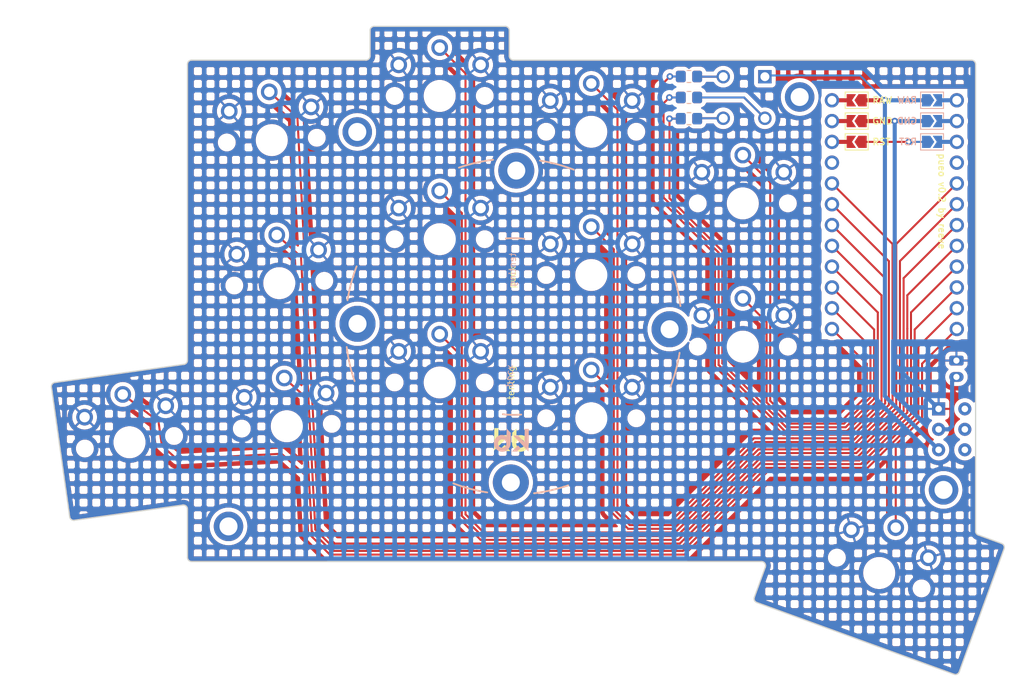
<source format=kicad_pcb>
(kicad_pcb (version 20240108) (generator "pcbnew") (generator_version "8.0")
  (title_block (title "pueo") (rev "0.1") (company "grassfedreeve"))
  (layers (0 "F.Cu" signal) (31 "B.Cu" signal) (34 "B.Paste" user) (35 "F.Paste" user) (36 "B.SilkS" user "B.Silkscreen") (37 "F.SilkS" user "F.Silkscreen") (38 "B.Mask" user) (39 "F.Mask" user) (44 "Edge.Cuts" user))
  (net 0 "")
  (net 1 "P2")
  (net 2 "P6")
  (net 3 "P4")
  (net 4 "P3")
  (net 5 "P5")
  (net 6 "P7")
  (net 7 "P8")
  (net 8 "RAW")
  (net 9 "GND")
  (net 10 "RST")
  (net 11 "P21")
  (net 12 "P20")
  (net 13 "P19")
  (net 14 "P18")
  (net 15 "P15")
  (net 16 "P14")
  (net 17 "P16")
  (net 18 "P10")
  (net 19 "P9")
  (net 20 "led4")
  (net 21 "led3")
  (net 22 "led2")
  (net 23 "bat+")
  (footprint "Resistor_SMD:R_0805_2012Metric_Pad1.20x1.40mm_HandSolder" (layer "F.Cu") (at 177.584161 94.744024)
    (property "Reference" "REF**" (hide yes))
    (property "Value" "R_0805_2012Metric_Pad1.20x1.40mm_HandSolder")
    (pad "1" smd roundrect (at -1 0) (size 1.2 1.4) (layers "F.Cu" "F.Paste" "F.Mask") (roundrect_rratio 0.208333) (net 6 "P7"))
    (pad "2" smd roundrect (at 1 0) (size 1.2 1.4) (layers "F.Cu" "F.Paste" "F.Mask") (roundrect_rratio 0.208333) (net 21 "led3"))
  )
  (footprint "trochilidae:ChocSimpleReversible" (layer "F.Cu") (at 184.156026 105.09388)
    (property "Reference" "S12" (hide yes))
    (property "Value" "" (hide yes))
    (pad "" np_thru_hole circle (at -5.5 0 172) (size 1.7018 1.7018) (drill 1.7018) (layers "*.Cu" "*.Mask"))
    (pad "" np_thru_hole circle (at 0 0 172) (size 3.429 3.429) (drill 3.429) (layers "*.Cu" "*.Mask"))
    (pad "" np_thru_hole circle (at 5.5 0 172) (size 1.7018 1.7018) (drill 1.7018) (layers "*.Cu" "*.Mask"))
    (pad "1" thru_hole circle (at -5 -3.8 172) (size 2.032 2.032) (drill 1.27) (layers "*.Cu" "*.Mask") (net 9 "GND"))
    (pad "1" thru_hole circle (at 5 -3.8 172) (size 2.032 2.032) (drill 1.27) (layers "*.Cu" "*.Mask") (net 9 "GND"))
    (pad "2" thru_hole circle (at 0 -5.9 172) (size 2.032 2.032) (drill 1.27) (layers "*.Cu" "*.Mask") (net 19 "P9"))
  )
  (footprint "trochilidae:ChocSimpleReversible" (layer "F.Cu") (at 127.575785 114.841045 3)
    (property "Reference" "S3" (hide yes))
    (property "Value" "" (hide yes))
    (pad "" np_thru_hole circle (at -5.5 0 175) (size 1.7018 1.7018) (drill 1.7018) (layers "*.Cu" "*.Mask"))
    (pad "" np_thru_hole circle (at 0 0 175) (size 3.429 3.429) (drill 3.429) (layers "*.Cu" "*.Mask"))
    (pad "" np_thru_hole circle (at 5.5 0 175) (size 1.7018 1.7018) (drill 1.7018) (layers "*.Cu" "*.Mask"))
    (pad "1" thru_hole circle (at -5 -3.8 175) (size 2.032 2.032) (drill 1.27) (layers "*.Cu" "*.Mask") (net 9 "GND"))
    (pad "1" thru_hole circle (at 5 -3.8 175) (size 2.032 2.032) (drill 1.27) (layers "*.Cu" "*.Mask") (net 9 "GND"))
    (pad "2" thru_hole circle (at 0 -5.9 175) (size 2.032 2.032) (drill 1.27) (layers "*.Cu" "*.Mask") (net 15 "P15"))
  )
  (footprint "" (layer "F.Cu") (at 210.23062 126.293722)
    (property "Reference" "" (at 0 0 0) (layer "F.SilkS") (effects (font (size 1.27 1.27))))
    (property "Value" "")
    (pad "2" thru_hole oval (at 0 0 270) (size 1.2 1.75) (drill 0.75) (layers "*.Cu" "*.Mask") (net 23 "bat+"))
  )
  (footprint "trochilidae:M2MountingHoleSimple" (layer "F.Cu") (at 121.376426 144.550274)
    (property "Reference" "REF**" (hide yes))
    (property "Value" "Val**" (hide yes))
    (pad "1" thru_hole circle (at 0 0 22) (size 3.6 3.6) (drill 2.2) (layers "*.Cu" "*.Mask"))
  )
  (footprint "trochilidae:ChocSimpleReversible" (layer "F.Cu") (at 165.656028 131.343879)
    (property "Reference" "S8" (hide yes))
    (property "Value" "" (hide yes))
    (pad "" np_thru_hole circle (at -5.5 0 172) (size 1.7018 1.7018) (drill 1.7018) (layers "*.Cu" "*.Mask"))
    (pad "" np_thru_hole circle (at 0 0 172) (size 3.429 3.429) (drill 3.429) (layers "*.Cu" "*.Mask"))
    (pad "" np_thru_hole circle (at 5.5 0 172) (size 1.7018 1.7018) (drill 1.7018) (layers "*.Cu" "*.Mask"))
    (pad "1" thru_hole circle (at -5 -3.8 172) (size 2.032 2.032) (drill 1.27) (layers "*.Cu" "*.Mask") (net 9 "GND"))
    (pad "1" thru_hole circle (at 5 -3.8 172) (size 2.032 2.032) (drill 1.27) (layers "*.Cu" "*.Mask") (net 9 "GND"))
    (pad "2" thru_hole circle (at 0 -5.9 172) (size 2.032 2.032) (drill 1.27) (layers "*.Cu" "*.Mask") (net 1 "P2"))
  )
  (footprint "trochilidae:M2MountingHoleSimple" (layer "F.Cu") (at 208.656029 140.093879)
    (property "Reference" "REF**" (hide yes))
    (property "Value" "Val**" (hide yes))
    (pad "1" thru_hole circle (at 0 0 22) (size 3.6 3.6) (drill 2.2) (layers "*.Cu" "*.Mask"))
  )
  (footprint "trochilidae:ProMicroSimpleJumper" (layer "F.Cu") (at 202.656031 106.468882 -90)
    (property "Reference" "MCU1" (hide yes))
    (property "Value" "" (hide yes))
    (fp_text user "RAW" (at -13.978066 -1.553464 0) (layer "B.SilkS") (effects (font (size 0.8 0.8)) (justify mirror)))
    (fp_text user "GND" (at -11.43806 -1.553463 0) (layer "B.SilkS") (effects (font (size 0.8 0.8)) (justify mirror)))
    (fp_text user "RST" (at -8.89806 -1.667748 0) (layer "B.SilkS") (effects (font (size 0.8 0.8)) (justify mirror)))
    (fp_text user "RAW" (at -13.970001 1.46071 0) (layer "F.SilkS") (effects (font (size 0.8 0.8))))
    (fp_text user "RST" (at -8.889999 1.574999 0) (layer "F.SilkS") (effects (font (size 0.8 0.8))))
    (fp_text user "GND" (at -11.430001 1.460715 0) (layer "F.SilkS") (effects (font (size 0.8 0.8))))
    (pad "" smd rect (at -13.970001 -6.275 270) (size 0.5 1.524) (layers "B.Cu" "B.Mask"))
    (pad "" smd custom (at -13.970001 5.325 180) (size 0.3 0.3) (layers "F.Cu" "F.Mask") (options (clearance outline) (anchor rect)) (primitives (gr_poly (pts (xy 0.5 0.75) (xy -0.65 0.75) (xy -0.15 0) (xy -0.65 -0.75) (xy 0.5 -0.75)) (width 0) (fill yes))))
    (pad "" smd rect (at -13.97 6.249999 270) (size 0.5 1.524) (layers "F.Cu" "F.Mask"))
    (pad "" smd custom (at -13.969999 -5.325001 180) (size 0.3 0.3) (layers "B.Cu" "B.Mask") (options (clearance outline) (anchor rect)) (primitives (gr_poly (pts (xy 0.15 0) (xy 0.65 0.75) (xy -0.5 0.75) (xy -0.5 -0.75) (xy 0.65 -0.75)) (width 0) (fill yes))))
    (pad "" thru_hole circle (at -13.969999 7.619993 270) (size 1.7526 1.7526) (drill 1.0922) (layers "*.Cu" "*.Mask"))
    (pad "" thru_hole circle (at -13.969997 -7.619996 270) (size 1.7526 1.7526) (drill 1.0922) (layers "*.Cu" "*.Mask"))
    (pad "" smd custom (at -11.430001 -5.325 180) (size 0.3 0.3) (layers "B.Cu" "B.Mask") (options (clearance outline) (anchor rect)) (primitives (gr_poly (pts (xy 0.15 0) (xy 0.65 0.75) (xy -0.5 0.75) (xy -0.5 -0.75) (xy 0.65 -0.75)) (width 0) (fill yes))))
    (pad "" smd custom (at -11.43 5.325 180) (size 0.3 0.3) (layers "F.Cu" "F.Mask") (options (clearance outline) (anchor rect)) (primitives (gr_poly (pts (xy 0.5 0.75) (xy -0.65 0.75) (xy -0.15 0) (xy -0.65 -0.75) (xy 0.5 -0.75)) (width 0) (fill yes))))
    (pad "" smd rect (at -11.43 6.250001 270) (size 0.5 1.524) (layers "F.Cu" "F.Mask"))
    (pad "" thru_hole circle (at -11.43 7.62 270) (size 1.7526 1.7526) (drill 1.0922) (layers "*.Cu" "*.Mask") (net 9 "GND"))
    (pad "" thru_hole circle (at -11.429999 -7.62) (size 1.7526 1.7526) (drill 1.0922) (layers "*.Cu" "*.Mask") (net 9 "GND"))
    (pad "" smd rect (at -11.429998 -6.275001 270) (size 0.5 1.524) (layers "B.Cu" "B.Mask"))
    (pad "" thru_hole circle (at -8.890001 7.619999 270) (size 1.7526 1.7526) (drill 1.0922) (layers "*.Cu" "*.Mask"))
    (pad "" thru_hole circle (at -8.89 -7.620002 270) (size 1.7526 1.7526) (drill 1.0922) (layers "*.Cu" "*.Mask"))
    (pad "" smd rect (at -8.89 -6.275 270) (size 0.5 1.524) (layers "B.Cu" "B.Mask"))
    (pad "" smd custom (at -8.89 5.324999 180) (size 0.3 0.3) (layers "F.Cu" "F.Mask") (options (clearance outline) (anchor rect)) (primitives (gr_poly (pts (xy 0.5 0.75) (xy -0.65 0.75) (xy -0.15 0) (xy -0.65 -0.75) (xy 0.5 -0.75)) (width 0) (fill yes))))
    (pad "" smd rect (at -8.89 6.250001 270) (size 0.5 1.524) (layers "F.Cu" "F.Mask"))
    (pad "" smd custom (at -8.889999 -5.324998 180) (size 0.3 0.3) (layers "B.Cu" "B.Mask") (options (clearance outline) (anchor rect)) (primitives (gr_poly (pts (xy 0.15 0) (xy 0.65 0.75) (xy -0.5 0.75) (xy -0.5 -0.75) (xy 0.65 -0.75)) (width 0) (fill yes))))
    (pad "" thru_hole circle (at -6.349998 -7.620001 270) (size 1.7526 1.7526) (drill 1.0922) (layers "*.Cu" "*.Mask"))
    (pad "" thru_hole circle (at -6.349998 7.62 270) (size 1.7526 1.7526) (drill 1.0922) (layers "*.Cu" "*.Mask"))
    (pad "1" smd custom (at -13.970001 3.875003 180) (size 0.3 0.3) (layers "F.Cu" "F.Mask") (net 8 "RAW") (options (clearance outline) (anchor rect)) (primitives (gr_poly (pts (xy 1 0) (xy 0.5 0.75) (xy -0.5 0.75) (xy -0.5 -0.75) (xy 0.5 -0.75)) (width 0) (fill yes))))
    (pad "1" smd custom (at -13.97 -3.875 180) (size 0.3 0.3) (layers "B.Cu" "B.Mask") (net 8 "RAW") (options (clearance outline) (anchor rect)) (primitives (gr_poly (pts (xy 0.5 0.75) (xy -0.5 0.75) (xy -1 0) (xy -0.5 -0.75) (xy 0.5 -0.75)) (width 0) (fill yes))))
    (pad "2" smd custom (at -11.430002 -3.875001 180) (size 0.3 0.3) (layers "B.Cu" "B.Mask") (net 9 "GND") (options (clearance outline) (anchor rect)) (primitives (gr_poly (pts (xy 0.5 0.75) (xy -0.5 0.75) (xy -1 0) (xy -0.5 -0.75) (xy 0.5 -0.75)) (width 0) (fill yes))))
    (pad "2" smd custom (at -11.430001 3.875 180) (size 0.3 0.3) (layers "F.Cu" "F.Mask") (net 9 "GND") (options (clearance outline) (anchor rect)) (primitives (gr_poly (pts (xy 1 0) (xy 0.5 0.75) (xy -0.5 0.75) (xy -0.5 -0.75) (xy 0.5 -0.75)) (width 0) (fill yes))))
    (pad "3" smd custom (at -8.89 -3.875 180) (size 0.3 0.3) (layers "B.Cu" "B.Mask") (net 10 "RST") (options (clearance outline) (anchor rect)) (primitives (gr_poly (pts (xy 0.5 0.75) (xy -0.5 0.75) (xy -1 0) (xy -0.5 -0.75) (xy 0.5 -0.75)) (width 0) (fill yes))))
    (pad "3" smd custom (at -8.89 3.875 180) (size 0.3 0.3) (layers "F.Cu" "F.Mask") (net 10 "RST") (options (clearance outline) (anchor rect)) (primitives (gr_poly (pts (xy 1 0) (xy 0.5 0.75) (xy -0.5 0.75) (xy -0.5 -0.75) (xy 0.5 -0.75)) (width 0) (fill yes))))
    (pad "5" thru_hole circle (at -3.81 -7.62 270) (size 1.7526 1.7526) (drill 1.0922) (layers "*.Cu" "*.Mask") (net 11 "P21"))
    (pad "6" thru_hole circle (at -1.270001 -7.62 270) (size 1.7526 1.7526) (drill 1.0922) (layers "*.Cu" "*.Mask") (net 12 "P20"))
    (pad "7" thru_hole circle (at 1.270001 -7.62 270) (size 1.7526 1.7526) (drill 1.0922) (layers "*.Cu" "*.Mask") (net 13 "P19"))
    (pad "8" thru_hole circle (at 3.810001 -7.620001 270) (size 1.7526 1.7526) (drill 1.0922) (layers "*.Cu" "*.Mask") (net 14 "P18"))
    (pad "9" thru_hole circle (at 6.349998 -7.62 270) (size 1.7526 1.7526) (drill 1.0922) (layers "*.Cu" "*.Mask") (net 15 "P15"))
    (pad "10" thru_hole circle (at 8.890001 -7.619999 270) (size 1.7526 1.7526) (drill 1.0922) (layers "*.Cu" "*.Mask") (net 16 "P14"))
    (pad "11" thru_hole circle (at 11.43 -7.62 270) (size 1.7526 1.7526) (drill 1.0922) (layers "*.Cu" "*.Mask") (net 17 "P16"))
    (pad "12" thru_hole circle (at 13.969999 -7.619993 270) (size 1.7526 1.7526) (drill 1.0922) (layers "*.Cu" "*.Mask") (net 18 "P10"))
    (pad "17" thru_hole circle (at -3.810001 7.620001 270) (size 1.7526 1.7526) (drill 1.0922) (layers "*.Cu" "*.Mask") (net 1 "P2"))
    (pad "18" thru_hole circle (at -1.270001 7.62 270) (size 1.7526 1.7526) (drill 1.0922) (layers "*.Cu" "*.Mask") (net 4 "P3"))
    (pad "19" thru_hole circle (at 1.270001 7.62 270) (size 1.7526 1.7526) (drill 1.0922) (layers "*.Cu" "*.Mask") (net 3 "P4"))
    (pad "20" thru_hole circle (at 3.81 7.62 270) (size 1.7526 1.7526) (drill 1.0922) (layers "*.Cu" "*.Mask") (net 5 "P5"))
    (pad "21" thru_hole circle (at 6.349998 7.620001 270) (size 1.7526 1.7526) (drill 1.0922) (layers "*.Cu" "*.Mask") (net 2 "P6"))
    (pad "22" thru_hole circle (at 8.89 7.620002 270) (size 1.7526 1.7526) (drill 1.0922) (layers "*.Cu" "*.Mask") (net 6 "P7"))
    (pad "23" thru_hole circle (at 11.429999 7.62 270) (size 1.7526 1.7526) (drill 1.0922) (layers "*.Cu" "*.Mask") (net 7 "P8"))
    (pad "24" thru_hole circle (at 13.969997 7.619996 270) (size 1.7526 1.7526) (drill 1.0922) (layers "*.Cu" "*.Mask") (net 19 "P9"))
    (zone (net 0) (net_name "") (layers "*.Cu") (connect_pads (clearance 0)) (min_thickness 0.254)
      (keepout (tracks allowed) (vias allowed) (pads allowed) (copperpour not_allowed) (footprints allowed))
      (fill (thermal_gap 0.508) (thermal_bridge_width 0.508))
      (polygon (pts (xy 193.766032 121.708881) (xy 193.76603 91.08888) (xy 211.576032 91.088882) (xy 211.576031 121.708882)))
    )
  )
  (footprint "trochilidae:ChocSimpleReversible" (layer "F.Cu") (at 200.806029 150.243877 -20)
    (property "Reference" "S13" (hide yes))
    (property "Value" "" (hide yes))
    (pad "" np_thru_hole circle (at -5.5 0 152) (size 1.7018 1.7018) (drill 1.7018) (layers "*.Cu" "*.Mask"))
    (pad "" np_thru_hole circle (at 0 0 152) (size 3.429 3.429) (drill 3.429) (layers "*.Cu" "*.Mask"))
    (pad "" np_thru_hole circle (at 5.5 0 152) (size 1.7018 1.7018) (drill 1.7018) (layers "*.Cu" "*.Mask"))
    (pad "1" thru_hole circle (at -5.000001 -3.8 152) (size 2.032 2.032) (drill 1.27) (layers "*.Cu" "*.Mask") (net 9 "GND"))
    (pad "1" thru_hole circle (at 5 -3.8 152) (size 2.032 2.032) (drill 1.27) (layers "*.Cu" "*.Mask") (net 9 "GND"))
    (pad "2" thru_hole circle (at 0 -5.9 152) (size 2.032 2.032) (drill 1.27) (layers "*.Cu" "*.Mask") (net 18 "P10"))
  )
  (footprint "trochilidae:M2MountingHoleSimple" (layer "F.Cu") (at 191.0945 92.098)
    (property "Reference" "REF**" (hide yes))
    (property "Value" "Val**" (hide yes))
    (pad "1" thru_hole circle (at 0 0 22) (size 3.6 3.6) (drill 2.2) (layers "*.Cu" "*.Mask"))
  )
  (footprint "trochilidae:ChocSimpleReversible" (layer "F.Cu") (at 128.491666 132.317065 3)
    (property "Reference" "S2" (hide yes))
    (property "Value" "" (hide yes))
    (pad "" np_thru_hole circle (at -5.5 0 175) (size 1.7018 1.7018) (drill 1.7018) (layers "*.Cu" "*.Mask"))
    (pad "" np_thru_hole circle (at 0 0 175) (size 3.429 3.429) (drill 3.429) (layers "*.Cu" "*.Mask"))
    (pad "" np_thru_hole circle (at 5.5 0 175) (size 1.7018 1.7018) (drill 1.7018) (layers "*.Cu" "*.Mask"))
    (pad "1" thru_hole circle (at -5 -3.8 175) (size 2.032 2.032) (drill 1.27) (layers "*.Cu" "*.Mask") (net 9 "GND"))
    (pad "1" thru_hole circle (at 5 -3.8 175) (size 2.032 2.032) (drill 1.27) (layers "*.Cu" "*.Mask") (net 9 "GND"))
    (pad "2" thru_hole circle (at 0 -5.9 175) (size 2.032 2.032) (drill 1.27) (layers "*.Cu" "*.Mask") (net 16 "P14"))
  )
  (footprint "trochilidae:LED_1451" (layer "F.Cu") (at 184.311025 92.157471 -90)
    (property "Reference" "REF**" (hide yes))
    (property "Value" "LED_1451")
    (pad "1" thru_hole rect (at -2.54 -2.54 270) (size 1.64 1.64) (drill 1.09) (layers "*.Cu" "*.Mask") (net 8 "RAW"))
    (pad "2" thru_hole circle (at 2.54 -2.54 270) (size 1.64 1.64) (drill 1.09) (layers "*.Cu" "*.Mask") (net 22 "led2"))
    (pad "3" thru_hole circle (at 2.54 2.54 270) (size 1.64 1.64) (drill 1.09) (layers "*.Cu" "*.Mask") (net 21 "led3"))
    (pad "4" thru_hole circle (at -2.54 2.54 270) (size 1.64 1.64) (drill 1.09) (layers "*.Cu" "*.Mask") (net 20 "led4"))
  )
  (footprint "trochilidae:ChocSimpleReversible" (layer "F.Cu") (at 147.15603 91.968878)
    (property "Reference" "S7" (hide yes))
    (property "Value" "" (hide yes))
    (pad "" np_thru_hole circle (at -5.5 0 172) (size 1.7018 1.7018) (drill 1.7018) (layers "*.Cu" "*.Mask"))
    (pad "" np_thru_hole circle (at 0 0 172) (size 3.429 3.429) (drill 3.429) (layers "*.Cu" "*.Mask"))
    (pad "" np_thru_hole circle (at 5.5 0 172) (size 1.7018 1.7018) (drill 1.7018) (layers "*.Cu" "*.Mask"))
    (pad "1" thru_hole circle (at -5 -3.8 172) (size 2.032 2.032) (drill 1.27) (layers "*.Cu" "*.Mask") (net 9 "GND"))
    (pad "1" thru_hole circle (at 5 -3.8 172) (size 2.032 2.032) (drill 1.27) (layers "*.Cu" "*.Mask") (net 9 "GND"))
    (pad "2" thru_hole circle (at 0 -5.9 172) (size 2.032 2.032) (drill 1.27) (layers "*.Cu" "*.Mask") (net 11 "P21"))
  )
  (footprint "trochilidae:ChocSimpleReversible" (layer "F.Cu") (at 147.15603 126.968877)
    (property "Reference" "S5" (hide yes))
    (property "Value" "" (hide yes))
    (pad "" np_thru_hole circle (at -5.5 0 172) (size 1.7018 1.7018) (drill 1.7018) (layers "*.Cu" "*.Mask"))
    (pad "" np_thru_hole circle (at 0 0 172) (size 3.429 3.429) (drill 3.429) (layers "*.Cu" "*.Mask"))
    (pad "" np_thru_hole circle (at 5.5 0 172) (size 1.7018 1.7018) (drill 1.7018) (layers "*.Cu" "*.Mask"))
    (pad "1" thru_hole circle (at -5 -3.8 172) (size 2.032 2.032) (drill 1.27) (layers "*.Cu" "*.Mask") (net 9 "GND"))
    (pad "1" thru_hole circle (at 5 -3.8 172) (size 2.032 2.032) (drill 1.27) (layers "*.Cu" "*.Mask") (net 9 "GND"))
    (pad "2" thru_hole circle (at 0 -5.9 172) (size 2.032 2.032) (drill 1.27) (layers "*.Cu" "*.Mask") (net 13 "P19"))
  )
  (footprint "trochilidae:ChocSimpleReversible" (layer "F.Cu") (at 165.656031 96.343881)
    (property "Reference" "S10" (hide yes))
    (property "Value" "" (hide yes))
    (pad "" np_thru_hole circle (at -5.5 0 172) (size 1.7018 1.7018) (drill 1.7018) (layers "*.Cu" "*.Mask"))
    (pad "" np_thru_hole circle (at 0 0 172) (size 3.429 3.429) (drill 3.429) (layers "*.Cu" "*.Mask"))
    (pad "" np_thru_hole circle (at 5.5 0 172) (size 1.7018 1.7018) (drill 1.7018) (layers "*.Cu" "*.Mask"))
    (pad "1" thru_hole circle (at -5 -3.8 172) (size 2.032 2.032) (drill 1.27) (layers "*.Cu" "*.Mask") (net 9 "GND"))
    (pad "1" thru_hole circle (at 5 -3.8 172) (size 2.032 2.032) (drill 1.27) (layers "*.Cu" "*.Mask") (net 9 "GND"))
    (pad "2" thru_hole circle (at 0 -5.9 172) (size 2.032 2.032) (drill 1.27) (layers "*.Cu" "*.Mask") (net 3 "P4"))
  )
  (footprint "trochilidae:ChocSimpleReversible" (layer "F.Cu") (at 126.659903 97.365029 3)
    (property "Reference" "S4" (hide yes))
    (property "Value" "" (hide yes))
    (pad "" np_thru_hole circle (at -5.5 0 175) (size 1.7018 1.7018) (drill 1.7018) (layers "*.Cu" "*.Mask"))
    (pad "" np_thru_hole circle (at 0 0 175) (size 3.429 3.429) (drill 3.429) (layers "*.Cu" "*.Mask"))
    (pad "" np_thru_hole circle (at 5.5 0 175) (size 1.7018 1.7018) (drill 1.7018) (layers "*.Cu" "*.Mask"))
    (pad "1" thru_hole circle (at -5 -3.8 175) (size 2.032 2.032) (drill 1.27) (layers "*.Cu" "*.Mask") (net 9 "GND"))
    (pad "1" thru_hole circle (at 5 -3.8 175) (size 2.032 2.032) (drill 1.27) (layers "*.Cu" "*.Mask") (net 9 "GND"))
    (pad "2" thru_hole circle (at 0 -5.9 175) (size 2.032 2.032) (drill 1.27) (layers "*.Cu" "*.Mask") (net 14 "P18"))
  )
  (footprint "Resistor_SMD:R_0805_2012Metric_Pad1.20x1.40mm_HandSolder" (layer "F.Cu") (at 177.584162 89.594022)
    (property "Reference" "REF**" (hide yes))
    (property "Value" "R_0805_2012Metric_Pad1.20x1.40mm_HandSolder")
    (pad "1" smd roundrect (at -1 0) (size 1.2 1.4) (layers "F.Cu" "F.Paste" "F.Mask") (roundrect_rratio 0.208333) (net 5 "P5"))
    (pad "2" smd roundrect (at 1 0) (size 1.2 1.4) (layers "F.Cu" "F.Paste" "F.Mask") (roundrect_rratio 0.208333) (net 20 "led4"))
  )
  (footprint "trochilidae:ChocSimpleReversible" (layer "F.Cu") (at 184.156029 122.593876)
    (property "Reference" "S11" (hide yes))
    (property "Value" "" (hide yes))
    (pad "" np_thru_hole circle (at -5.5 0 172) (size 1.7018 1.7018) (drill 1.7018) (layers "*.Cu" "*.Mask"))
    (pad "" np_thru_hole circle (at 0 0 172) (size 3.429 3.429) (drill 3.429) (layers "*.Cu" "*.Mask"))
    (pad "" np_thru_hole circle (at 5.5 0 172) (size 1.7018 1.7018) (drill 1.7018) (layers "*.Cu" "*.Mask"))
    (pad "1" thru_hole circle (at -5 -3.8 172) (size 2.032 2.032) (drill 1.27) (layers "*.Cu" "*.Mask") (net 9 "GND"))
    (pad "1" thru_hole circle (at 5 -3.8 172) (size 2.032 2.032) (drill 1.27) (layers "*.Cu" "*.Mask") (net 9 "GND"))
    (pad "2" thru_hole circle (at 0 -5.9 172) (size 2.032 2.032) (drill 1.27) (layers "*.Cu" "*.Mask") (net 7 "P8"))
  )
  (footprint "trochilidae:ChocSimpleReversible" (layer "F.Cu") (at 147.156027 109.468877)
    (property "Reference" "S6" (hide yes))
    (property "Value" "" (hide yes))
    (pad "" np_thru_hole circle (at -5.5 0 172) (size 1.7018 1.7018) (drill 1.7018) (layers "*.Cu" "*.Mask"))
    (pad "" np_thru_hole circle (at 0 0 172) (size 3.429 3.429) (drill 3.429) (layers "*.Cu" "*.Mask"))
    (pad "" np_thru_hole circle (at 5.5 0 172) (size 1.7018 1.7018) (drill 1.7018) (layers "*.Cu" "*.Mask"))
    (pad "1" thru_hole circle (at -5 -3.8 172) (size 2.032 2.032) (drill 1.27) (layers "*.Cu" "*.Mask") (net 9 "GND"))
    (pad "1" thru_hole circle (at 5 -3.8 172) (size 2.032 2.032) (drill 1.27) (layers "*.Cu" "*.Mask") (net 9 "GND"))
    (pad "2" thru_hole circle (at 0 -5.9 172) (size 2.032 2.032) (drill 1.27) (layers "*.Cu" "*.Mask") (net 12 "P20"))
  )
  (footprint "trochilidae:ChocSimpleReversible" (layer "F.Cu") (at 109.292743 134.273832 8)
    (property "Reference" "S1" (hide yes))
    (property "Value" "" (hide yes))
    (pad "" np_thru_hole circle (at -5.499992 0.000001 180) (size 1.7018 1.7018) (drill 1.7018) (layers "*.Cu" "*.Mask"))
    (pad "" np_thru_hole circle (at 0 0 180) (size 3.429 3.429) (drill 3.429) (layers "*.Cu" "*.Mask"))
    (pad "" np_thru_hole circle (at 5.499992 -0.000001 180) (size 1.7018 1.7018) (drill 1.7018) (layers "*.Cu" "*.Mask"))
    (pad "1" thru_hole circle (at -4.999999 -3.800004 180) (size 2.032 2.032) (drill 1.27) (layers "*.Cu" "*.Mask") (net 9 "GND"))
    (pad "1" thru_hole circle (at 5 -3.8 180) (size 2.032 2.032) (drill 1.27) (layers "*.Cu" "*.Mask") (net 9 "GND"))
    (pad "2" thru_hole circle (at 0 -5.9 180) (size 2.032 2.032) (drill 1.27) (layers "*.Cu" "*.Mask") (net 17 "P16"))
  )
  (footprint "trochilidae:M2MountingHoleSimple" (layer "F.Cu") (at 137.095585 96.366398)
    (property "Reference" "REF**" (hide yes))
    (property "Value" "Val**" (hide yes))
    (pad "1" thru_hole circle (at 0 0 22) (size 3.6 3.6) (drill 2.2) (layers "*.Cu" "*.Mask"))
  )
  (footprint "Resistor_SMD:R_0805_2012Metric_Pad1.20x1.40mm_HandSolder" (layer "F.Cu") (at 177.584162 92.157474)
    (property "Reference" "REF**" (hide yes))
    (property "Value" "R_0805_2012Metric_Pad1.20x1.40mm_HandSolder")
    (pad "1" smd roundrect (at -1 0) (size 1.2 1.4) (layers "F.Cu" "F.Paste" "F.Mask") (roundrect_rratio 0.208333) (net 2 "P6"))
    (pad "2" smd roundrect (at 1 0) (size 1.2 1.4) (layers "F.Cu" "F.Paste" "F.Mask") (roundrect_rratio 0.208333) (net 22 "led2"))
  )
  (footprint "trochilidae:Tenting_Puck2" (layer "F.Cu") (at 156.172509 120.133879 -1)
    (property "Reference" "REF**" (hide yes))
    (property "Value" "Tenting Puck" (hide yes))
    (fp_text user "tenting" (at -0.254 -6.9215 89) (layer "B.SilkS") (effects (font (size 0.8 0.8) (thickness 0.1)) (justify mirror)))
    (fp_text user "puck" (at -0.190499 6.0325 -91) (layer "B.SilkS") (effects (font (size 0.8 0.8) (thickness 0.1)) (justify mirror)))
    (fp_text user "tenting" (at -0.190499 6.858002 89) (layer "F.SilkS") (effects (font (size 0.8 0.8) (thickness 0.1))))
    (fp_text user "puck" (at -0.254001 -6.032501 89) (layer "F.SilkS") (effects (font (size 0.8 0.8) (thickness 0.1))))
    (pad "1" thru_hole circle (at -19.05 0 359) (size 4.4 4.4) (drill 2.2) (layers "*.Cu" "*.Mask"))
    (pad "1" thru_hole circle (at 0 -19.05 359) (size 4.4 4.4) (drill 2.2) (layers "*.Cu" "*.Mask"))
    (pad "1" thru_hole circle (at 0 19.05 359) (size 4.4 4.4) (drill 2.2) (layers "*.Cu" "*.Mask"))
    (pad "1" thru_hole circle (at 19.05 0 359) (size 4.4 4.4) (drill 2.2) (layers "*.Cu" "*.Mask"))
  )
  (footprint "" (layer "F.Cu") (at 210.230624 124.293721)
    (property "Reference" "" (at 0 0 0) (layer "F.SilkS") (effects (font (size 1.27 1.27))))
    (property "Value" "")
    (pad "1" thru_hole roundrect (at 0 0 270) (size 1.2 1.75) (drill 0.75) (layers "*.Cu" "*.Mask") (roundrect_rratio 0.2083333333) (net 9 "GND"))
  )
  (footprint "trochilidae:ChocSimpleReversible" (layer "F.Cu") (at 165.656024 113.843883)
    (property "Reference" "S9" (hide yes))
    (property "Value" "" (hide yes))
    (pad "" np_thru_hole circle (at -5.5 0 172) (size 1.7018 1.7018) (drill 1.7018) (layers "*.Cu" "*.Mask"))
    (pad "" np_thru_hole circle (at 0 0 172) (size 3.429 3.429) (drill 3.429) (layers "*.Cu" "*.Mask"))
    (pad "" np_thru_hole circle (at 5.5 0 172) (size 1.7018 1.7018) (drill 1.7018) (layers "*.Cu" "*.Mask"))
    (pad "1" thru_hole circle (at -5 -3.8 172) (size 2.032 2.032) (drill 1.27) (layers "*.Cu" "*.Mask") (net 9 "GND"))
    (pad "1" thru_hole circle (at 5 -3.8 172) (size 2.032 2.032) (drill 1.27) (layers "*.Cu" "*.Mask") (net 9 "GND"))
    (pad "2" thru_hole circle (at 0 -5.9 172) (size 2.032 2.032) (drill 1.27) (layers "*.Cu" "*.Mask") (net 4 "P3"))
  )
  (footprint "Resistor_SMD:R_0805_2012Metric_Pad1.20x1.40mm_HandSolder" (layer "B.Cu") (at 177.584161 94.744024 180)
    (property "Reference" "REF**" (hide yes))
    (property "Value" "R_0805_2012Metric_Pad1.20x1.40mm_HandSolder")
    (pad "1" smd roundrect (at -1 0 180) (size 1.2 1.4) (layers "B.Cu" "B.Paste" "B.Mask") (roundrect_rratio 0.208333) (net 21 "led3"))
    (pad "2" smd roundrect (at 1 0 180) (size 1.2 1.4) (layers "B.Cu" "B.Paste" "B.Mask") (roundrect_rratio 0.208333) (net 6 "P7"))
  )
  (footprint "Resistor_SMD:R_0805_2012Metric_Pad1.20x1.40mm_HandSolder" (layer "B.Cu") (at 177.584162 92.157474 180)
    (property "Reference" "REF**" (hide yes))
    (property "Value" "R_0805_2012Metric_Pad1.20x1.40mm_HandSolder")
    (pad "1" smd roundrect (at -1 0 180) (size 1.2 1.4) (layers "B.Cu" "B.Paste" "B.Mask") (roundrect_rratio 0.208333) (net 22 "led2"))
    (pad "2" smd roundrect (at 1 0 180) (size 1.2 1.4) (layers "B.Cu" "B.Paste" "B.Mask") (roundrect_rratio 0.208333) (net 2 "P6"))
  )
  (footprint "Resistor_SMD:R_0805_2012Metric_Pad1.20x1.40mm_HandSolder" (layer "B.Cu") (at 177.584162 89.594022 180)
    (property "Reference" "REF**" (hide yes))
    (property "Value" "R_0805_2012Metric_Pad1.20x1.40mm_HandSolder")
    (pad "1" smd roundrect (at -1 0 180) (size 1.2 1.4) (layers "B.Cu" "B.Paste" "B.Mask") (roundrect_rratio 0.208333) (net 20 "led4"))
    (pad "2" smd roundrect (at 1 0 180) (size 1.2 1.4) (layers "B.Cu" "B.Paste" "B.Mask") (roundrect_rratio 0.208333) (net 5 "P5"))
  )
  (footprint "Button_Switch_THT:SW_E-Switch_EG1271_SPDT" (layer "B.Cu") (at 208.056031 130.193873 -90)
    (property "Reference" "on/off" (hide yes))
    (property "Value" "SW_E-Switch_EG1271_SPDT" (hide yes))
    (pad "1" thru_hole rect (at 0 0 270) (size 1.6 1.6) (drill 0.8) (layers "*.Cu" "*.Mask") (net 9 "GND"))
    (pad "2" thru_hole circle (at 2.500001 0.000007 270) (size 1.6 1.6) (drill 0.8) (layers "*.Cu" "*.Mask") (net 23 "bat+"))
    (pad "3" thru_hole circle (at 5 -0.000008 270) (size 1.6 1.6) (drill 0.8) (layers "*.Cu" "*.Mask") (net 8 "RAW"))
    (pad "4" thru_hole circle (at -0.000008 -3.20001 270) (size 1.6 1.6) (drill 0.8) (layers "*.Cu" "*.Mask"))
    (pad "5" thru_hole circle (at 2.5 -3.200005 270) (size 1.6 1.6) (drill 0.8) (layers "*.Cu" "*.Mask"))
    (pad "6" thru_hole circle (at 4.999999 -3.199994 270) (size 1.6 1.6) (drill 0.8) (layers "*.Cu" "*.Mask"))
  )
  (gr_arc (start 185.860455 153.849645) (mid 185.57831 153.591108) (end 185.56162 153.208789) (stroke (width 0.15)) (layer "Edge.Cuts"))
  (gr_arc (start 102.553573 143.804494) (mid 102.183079 143.708676) (end 101.988853 143.378943) (stroke (width 0.15)) (layer "Edge.Cuts"))
  (gr_arc (start 212.068532 87.593878) (mid 212.422083 87.740326) (end 212.568531 88.09388) (stroke (width 0.15)) (layer "Edge.Cuts"))
  (gr_line (start 116.868528 148.84388) (end 186.436241 148.843879) (stroke (width 0.15)) (layer "Edge.Cuts"))
  (gr_arc (start 215.751601 146.638108) (mid 216.033749 146.896645) (end 216.050436 147.278964) (stroke (width 0.15)) (layer "Edge.Cuts"))
  (gr_line (start 102.553575 143.804496) (end 115.798941 141.942976) (stroke (width 0.15)) (layer "Edge.Cuts"))
  (gr_line (start 116.368528 142.438115) (end 116.368527 148.343877) (stroke (width 0.15)) (layer "Edge.Cuts"))
  (gr_arc (start 155.156029 83.468879) (mid 155.50958 83.615326) (end 155.656029 83.968878) (stroke (width 0.15)) (layer "Edge.Cuts"))
  (gr_line (start 116.36853 88.093878) (end 116.368531 124.261217) (stroke (width 0.15)) (layer "Edge.Cuts"))
  (gr_arc (start 212.897518 145.599309) (mid 212.658953 145.416251) (end 212.56853 145.129463) (stroke (width 0.15)) (layer "Edge.Cuts"))
  (gr_arc (start 115.798941 141.942976) (mid 116.196561 142.060756) (end 116.368528 142.438115) (stroke (width 0.15)) (layer "Edge.Cuts"))
  (gr_arc (start 210.578115 162.314048) (mid 210.319579 162.596192) (end 209.937261 162.612885) (stroke (width 0.15)) (layer "Edge.Cuts"))
  (gr_line (start 185.860455 153.849646) (end 209.937261 162.612885) (stroke (width 0.15)) (layer "Edge.Cuts"))
  (gr_arc (start 156.156025 87.593876) (mid 155.802474 87.447428) (end 155.656029 87.093876) (stroke (width 0.15)) (layer "Edge.Cuts"))
  (gr_line (start 155.656029 87.093876) (end 155.656029 83.968878) (stroke (width 0.15)) (layer "Edge.Cuts"))
  (gr_arc (start 116.868528 148.84388) (mid 116.514972 148.697433) (end 116.368527 148.343877) (stroke (width 0.15)) (layer "Edge.Cuts"))
  (gr_line (start 186.906087 149.514888) (end 185.56162 153.208789) (stroke (width 0.15)) (layer "Edge.Cuts"))
  (gr_line (start 210.578115 162.314048) (end 216.050436 147.278964) (stroke (width 0.15)) (layer "Edge.Cuts"))
  (gr_line (start 99.762084 127.534657) (end 101.988853 143.378943) (stroke (width 0.15)) (layer "Edge.Cuts"))
  (gr_arc (start 116.36853 88.093878) (mid 116.514976 87.740324) (end 116.86853 87.593879) (stroke (width 0.15)) (layer "Edge.Cuts"))
  (gr_line (start 215.751601 146.638107) (end 212.897518 145.599309) (stroke (width 0.15)) (layer "Edge.Cuts"))
  (gr_line (start 212.068532 87.593878) (end 156.156025 87.593876) (stroke (width 0.15)) (layer "Edge.Cuts"))
  (gr_line (start 138.656026 83.968877) (end 138.656029 87.093879) (stroke (width 0.15)) (layer "Edge.Cuts"))
  (gr_line (start 100.187633 126.969934) (end 115.938115 124.756349) (stroke (width 0.15)) (layer "Edge.Cuts"))
  (gr_arc (start 138.656029 87.093879) (mid 138.509582 87.447431) (end 138.15603 87.593877) (stroke (width 0.15)) (layer "Edge.Cuts"))
  (gr_line (start 155.156029 83.468879) (end 139.156027 83.468876) (stroke (width 0.15)) (layer "Edge.Cuts"))
  (gr_arc (start 138.656026 83.968877) (mid 138.802473 83.615323) (end 139.156027 83.468876) (stroke (width 0.15)) (layer "Edge.Cuts"))
  (gr_line (start 212.56853 145.129463) (end 212.568531 88.09388) (stroke (width 0.15)) (layer "Edge.Cuts"))
  (gr_arc (start 116.368532 124.261218) (mid 116.245885 124.589248) (end 115.938115 124.756349) (stroke (width 0.15)) (layer "Edge.Cuts"))
  (gr_arc (start 186.436242 148.843879) (mid 186.845817 149.05709) (end 186.906087 149.514888) (stroke (width 0.15)) (layer "Edge.Cuts"))
  (gr_arc (start 99.762084 127.534657) (mid 99.857901 127.164162) (end 100.187633 126.969934) (stroke (width 0.15)) (layer "Edge.Cuts"))
  (gr_line (start 138.15603 87.593877) (end 116.86853 87.593879) (stroke (width 0.15)) (layer "Edge.Cuts"))
  (gr_text "pueo v0.2 by reeve\n\n\n" (at 205.411024 98.899472 270) (layer "F.SilkS") (effects (font (size 0.8 0.8)) (justify left bottom)))
  (segment (start 197.638934 134.694026) (end 189.83416 134.694023) (width 0.25) (layer "F.Cu") (net 1))
  (segment (start 167.906029 127.693875) (end 167.906025 142.594025) (width 0.25) (layer "F.Cu") (net 1))
  (segment (start 175.03416 144.844023) (end 170.15603 144.844023) (width 0.25) (layer "F.Cu") (net 1))
  (segment (start 202.434163 110.057015) (end 202.434163 110.507628) (width 0.25) (layer "F.Cu") (net 1))
  (segment (start 202.434163 110.507628) (end 202.434161 124.794025) (width 0.25) (layer "F.Cu") (net 1))
  (segment (start 165.656028 125.443874) (end 167.906029 127.693875) (width 0.25) (layer "F.Cu") (net 1))
  (segment (start 176.181775 144.391636) (end 175.72939 144.844026) (width 0.25) (layer "F.Cu") (net 1))
  (segment (start 195.036032 102.658882) (end 202.434163 110.057015) (width 0.25) (layer "F.Cu") (net 1))
  (segment (start 175.72939 144.844026) (end 175.03416 144.844023) (width 0.25) (layer "F.Cu") (net 1))
  (segment (start 202.434164 129.898796) (end 197.638934 134.694026) (width 0.25) (layer "F.Cu") (net 1))
  (segment (start 185.879389 134.694023) (end 176.181775 144.391636) (width 0.25) (layer "F.Cu") (net 1))
  (segment (start 167.906025 142.594025) (end 170.15603 144.844023) (width 0.25) (layer "F.Cu") (net 1))
  (segment (start 189.83416 134.694023) (end 185.879389 134.694023) (width 0.25) (layer "F.Cu") (net 1))
  (segment (start 202.434161 124.794025) (end 202.434164 129.898796) (width 0.25) (layer "F.Cu") (net 1))
  (segment (start 196.893351 132.894026) (end 200.634158 129.153211) (width 0.25) (layer "F.Cu") (net 2))
  (segment (start 176.584161 92.157473) (end 175.192432 92.157471) (width 0.25) (layer "F.Cu") (net 2))
  (segment (start 200.634163 118.417009) (end 195.036028 112.818881) (width 0.25) (layer "F.Cu") (net 2))
  (segment (start 185.865425 129.484477) (end 189.274973 132.894023) (width 0.25) (layer "F.Cu") (net 2))
  (segment (start 200.634158 129.153211) (end 200.634163 118.417009) (width 0.25) (layer "F.Cu") (net 2))
  (segment (start 174.481172 92.86873) (end 175.192432 92.157471) (width 0.25) (layer "F.Cu") (net 2))
  (segment (start 185.865425 129.484477) (end 181.206031 124.825076) (width 0.25) (layer "F.Cu") (net 2))
  (segment (start 181.206029 111.107479) (end 174.481177 104.382631) (width 0.25) (layer "F.Cu") (net 2))
  (segment (start 174.481177 104.382631) (end 174.481172 92.86873) (width 0.25) (layer "F.Cu") (net 2))
  (segment (start 189.274973 132.894023) (end 196.893351 132.894026) (width 0.25) (layer "F.Cu") (net 2))
  (segment (start 181.206031 124.825076) (end 181.206029 111.107479) (width 0.25) (layer "F.Cu") (net 2))
  (via (at 175.192432 92.157471) (size 0.8) (drill 0.4) (layers "F.Cu" "B.Cu") (net 2))
  (segment (start 176.584161 92.157473) (end 175.192432 92.157471) (width 0.25) (layer "B.Cu") (net 2))
  (segment (start 190.284158 133.794026) (end 185.506599 133.794024) (width 0.25) (layer "F.Cu") (net 3))
  (segment (start 201.534163 129.526003) (end 197.26614 133.794027) (width 0.25) (layer "F.Cu") (net 3))
  (segment (start 197.26614 133.794027) (end 190.284158 133.794026) (width 0.25) (layer "F.Cu") (net 3))
  (segment (start 170.542572 143.944024) (end 168.856026 142.257478) (width 0.25) (layer "F.Cu") (net 3))
  (segment (start 185.506599 133.794024) (end 175.356596 143.944026) (width 0.25) (layer "F.Cu") (net 3))
  (segment (start 201.534161 114.237012) (end 201.534163 129.526003) (width 0.25) (layer "F.Cu") (net 3))
  (segment (start 168.856026 142.257478) (end 168.856027 93.643874) (width 0.25) (layer "F.Cu") (net 3))
  (segment (start 168.856027 93.643874) (end 165.656035 90.443885) (width 0.25) (layer "F.Cu") (net 3))
  (segment (start 195.036033 107.738884) (end 201.534161 114.237012) (width 0.25) (layer "F.Cu") (net 3))
  (segment (start 175.356596 143.944026) (end 170.542572 143.944024) (width 0.25) (layer "F.Cu") (net 3))
  (segment (start 175.542995 144.394023) (end 185.692995 134.244022) (width 0.25) (layer "F.Cu") (net 4))
  (segment (start 168.40603 110.693881) (end 168.406028 142.443875) (width 0.25) (layer "F.Cu") (net 4))
  (segment (start 185.692995 134.244022) (end 190.03416 134.244022) (width 0.25) (layer "F.Cu") (net 4))
  (segment (start 195.036033 105.198882) (end 201.98416 112.147008) (width 0.25) (layer "F.Cu") (net 4))
  (segment (start 168.406028 142.443875) (end 170.356176 144.394025) (width 0.25) (layer "F.Cu") (net 4))
  (segment (start 201.98416 112.147008) (end 201.984158 129.712397) (width 0.25) (layer "F.Cu") (net 4))
  (segment (start 197.452539 134.244023) (end 190.03416 134.244022) (width 0.25) (layer "F.Cu") (net 4))
  (segment (start 201.984158 129.712397) (end 197.452539 134.244023) (width 0.25) (layer "F.Cu") (net 4))
  (segment (start 165.656027 107.943881) (end 168.40603 110.693881) (width 0.25) (layer "F.Cu") (net 4))
  (segment (start 170.356176 144.394025) (end 175.542995 144.394023) (width 0.25) (layer "F.Cu") (net 4))
  (segment (start 176.584162 89.594025) (end 175.255879 89.594024) (width 0.25) (layer "F.Cu") (net 5))
  (segment (start 189.088578 133.344023) (end 197.079743 133.344023) (width 0.25) (layer "F.Cu") (net 5))
  (segment (start 201.084161 116.32701) (end 195.036033 110.27888) (width 0.25) (layer "F.Cu") (net 5))
  (segment (start 180.756027 111.293877) (end 180.756027 125.011475) (width 0.25) (layer "F.Cu") (net 5))
  (segment (start 174.031175 104.569021) (end 180.756027 111.293877) (width 0.25) (layer "F.Cu") (net 5))
  (segment (start 174.031177 90.818726) (end 174.031175 104.569021) (width 0.25) (layer "F.Cu") (net 5))
  (segment (start 175.255879 89.594024) (end 174.031177 90.818726) (width 0.25) (layer "F.Cu") (net 5))
  (segment (start 201.084163 129.339606) (end 201.084161 116.32701) (width 0.25) (layer "F.Cu") (net 5))
  (segment (start 197.079743 133.344023) (end 201.084163 129.339606) (width 0.25) (layer "F.Cu") (net 5))
  (segment (start 180.756027 125.011475) (end 189.088578 133.344023) (width 0.25) (layer "F.Cu") (net 5))
  (via (at 175.255879 89.594024) (size 0.8) (drill 0.4) (layers "F.Cu" "B.Cu") (net 5))
  (segment (start 176.584162 89.594025) (end 175.255879 89.594024) (width 0.25) (layer "B.Cu") (net 5))
  (segment (start 176.584162 94.744022) (end 175.206175 94.744022) (width 0.25) (layer "F.Cu") (net 6))
  (segment (start 181.656026 110.921085) (end 181.656026 124.638681) (width 0.25) (layer "F.Cu") (net 6))
  (segment (start 181.656026 124.638681) (end 189.461371 132.444025) (width 0.25) (layer "F.Cu") (net 6))
  (segment (start 189.461371 132.444025) (end 196.706954 132.444024) (width 0.25) (layer "F.Cu") (net 6))
  (segment (start 200.184162 128.966815) (end 200.184163 120.50701) (width 0.25) (layer "F.Cu") (net 6))
  (segment (start 175.206174 104.471231) (end 181.656026 110.921085) (width 0.25) (layer "F.Cu") (net 6))
  (segment (start 175.206175 94.744022) (end 175.206174 104.471231) (width 0.25) (layer "F.Cu") (net 6))
  (segment (start 196.706954 132.444024) (end 200.184162 128.966815) (width 0.25) (layer "F.Cu") (net 6))
  (segment (start 200.184163 120.50701) (end 195.036029 115.35888) (width 0.25) (layer "F.Cu") (net 6))
  (segment (start 176.109165 95.219027) (end 176.584162 94.744022) (width 0.25) (layer "F.Cu") (net 6))
  (via (at 175.206175 94.744022) (size 0.8) (drill 0.4) (layers "F.Cu" "B.Cu") (net 6))
  (segment (start 176.584162 94.744022) (end 175.206175 94.744022) (width 0.25) (layer "B.Cu") (net 6))
  (segment (start 199.734163 128.780419) (end 196.520558 131.994025) (width 0.25) (layer "F.Cu") (net 7))
  (segment (start 199.73416 122.59701) (end 199.734161 124.294023) (width 0.25) (layer "F.Cu") (net 7))
  (segment (start 195.036031 117.898884) (end 199.73416 122.59701) (width 0.25) (layer "F.Cu") (net 7))
  (segment (start 187.059 129.405257) (end 187.059 119.596847) (width 0.25) (layer "F.Cu") (net 7))
  (segment (start 199.734161 124.294023) (end 199.734163 128.780419) (width 0.25) (layer "F.Cu") (net 7))
  (segment (start 196.520558 131.994025) (end 189.647765 131.994022) (width 0.25) (layer "F.Cu") (net 7))
  (segment (start 187.059 119.596847) (end 184.156031 116.693878) (width 0.25) (layer "F.Cu") (net 7))
  (segment (start 189.647765 131.994022) (end 187.059 129.405257) (width 0.25) (layer "F.Cu") (net 7))
  (segment (start 198.781028 92.498881) (end 201.5 92.498881) (width 0.5) (layer "F.Cu") (net 8))
  (segment (start 201.5 92.498881) (end 201.598881 92.498881) (width 0.25) (layer "F.Cu") (net 8))
  (via (at 201.5 92.498881) (size 0.8) (drill 0.4) (layers "F.Cu" "B.Cu") (net 8))
  (segment (start 201.5 92.498881) (end 201.5 128.637834) (width 0.5) (layer "B.Cu") (net 8))
  (segment (start 201.601118 92.498882) (end 201.6 92.5) (width 0.25) (layer "B.Cu") (net 8))
  (segment (start 206.531031 92.498882) (end 201.601118 92.498882) (width 0.5) (layer "B.Cu") (net 8))
  (segment (start 201.5 128.637834) (end 208.056039 135.193873) (width 0.5) (layer "B.Cu") (net 8))
  (segment (start 198.469998 89.468879) (end 201.5 92.498881) (width 0.25) (layer "B.Cu") (net 8))
  (segment (start 186.851025 89.617471) (end 186.999617 89.468879) (width 0.25) (layer "B.Cu") (net 8))
  (segment (start 186.999617 89.468879) (end 198.469998 89.468879) (width 0.25) (layer "B.Cu") (net 8))
  (segment (start 198.781031 95.038881) (end 202.661119 95.038881) (width 0.5) (layer "F.Cu") (net 9))
  (via (at 202.7 95.03888) (size 0.8) (drill 0.4) (layers "F.Cu" "B.Cu") (net 9))
  (segment (start 202.7 95.03888) (end 202.63888 95.03888) (width 0.25) (layer "B.Cu") (net 9))
  (segment (start 208.056031 130.193873) (end 202.7 124.837842) (width 0.5) (layer "B.Cu") (net 9))
  (segment (start 206.531032 95.03888) (end 202.7 95.03888) (width 0.5) (layer "B.Cu") (net 9))
  (segment (start 202.7 124.837842) (end 202.7 95.03888) (width 0.5) (layer "B.Cu") (net 9))
  (segment (start 198.781031 97.578882) (end 204.378882 97.578882) (width 0.25) (layer "F.Cu") (net 10))
  (via (at 204.421118 97.578882) (size 0.8) (drill 0.4) (layers "F.Cu" "B.Cu") (net 10))
  (segment (start 206.531031 97.578882) (end 204.421118 97.578882) (width 0.25) (layer "B.Cu") (net 10))
  (segment (start 150.30603 143.071231) (end 152.528819 145.294027) (width 0.25) (layer "F.Cu") (net 11))
  (segment (start 197.825332 135.144024) (end 202.88416 130.08519) (width 0.25) (layer "F.Cu") (net 11))
  (segment (start 175.915786 145.294024) (end 186.065787 135.144023) (width 0.25) (layer "F.Cu") (net 11))
  (segment (start 202.884162 110.050749) (end 210.27603 102.658879) (width 0.25) (layer "F.Cu") (net 11))
  (segment (start 202.88416 130.08519) (end 202.884162 110.050749) (width 0.25) (layer "F.Cu") (net 11))
  (segment (start 147.15603 86.068876) (end 150.306029 89.218876) (width 0.25) (layer "F.Cu") (net 11))
  (segment (start 150.306029 89.218876) (end 150.30603 143.071231) (width 0.25) (layer "F.Cu") (net 11))
  (segment (start 186.065787 135.144023) (end 197.825332 135.144024) (width 0.25) (layer "F.Cu") (net 11))
  (segment (start 152.528819 145.294027) (end 175.915786 145.294024) (width 0.25) (layer "F.Cu") (net 11))
  (segment (start 203.334162 126.644026) (end 203.334161 127.294026) (width 0.25) (layer "F.Cu") (net 12))
  (segment (start 147.156028 103.568878) (end 149.856027 106.26888) (width 0.25) (layer "F.Cu") (net 12))
  (segment (start 176.102184 145.744026) (end 186.252183 135.594022) (width 0.25) (layer "F.Cu") (net 12))
  (segment (start 186.252183 135.594022) (end 191.034163 135.594023) (width 0.25) (layer "F.Cu") (net 12))
  (segment (start 152.342424 145.744023) (end 176.102184 145.744026) (width 0.25) (layer "F.Cu") (net 12))
  (segment (start 203.334161 113.994021) (end 203.334161 123.894024) (width 0.25) (layer "F.Cu") (net 12))
  (segment (start 198.011727 135.594027) (end 191.034163 135.594023) (width 0.25) (layer "F.Cu") (net 12))
  (segment (start 203.334162 112.140752) (end 203.334161 113.994021) (width 0.25) (layer "F.Cu") (net 12))
  (segment (start 149.856028 143.257628) (end 152.342424 145.744023) (width 0.25) (layer "F.Cu") (net 12))
  (segment (start 210.276034 105.198882) (end 203.334162 112.140752) (width 0.25) (layer "F.Cu") (net 12))
  (segment (start 203.334161 127.294026) (end 203.334158 130.271585) (width 0.25) (layer "F.Cu") (net 12))
  (segment (start 203.334158 130.271585) (end 198.011727 135.594027) (width 0.25) (layer "F.Cu") (net 12))
  (segment (start 149.856027 106.26888) (end 149.856028 143.257628) (width 0.25) (layer "F.Cu") (net 12))
  (segment (start 203.334161 123.894024) (end 203.334162 126.644026) (width 0.25) (layer "F.Cu") (net 12))
  (segment (start 210.276032 107.738881) (end 203.784164 114.230751) (width 0.25) (layer "F.Cu") (net 13))
  (segment (start 191.034162 136.044025) (end 186.438578 136.044024) (width 0.25) (layer "F.Cu") (net 13))
  (segment (start 198.198122 136.044024) (end 191.034162 136.044025) (width 0.25) (layer "F.Cu") (net 13))
  (segment (start 176.288575 146.194025) (end 171.78416 146.194024) (width 0.25) (layer "F.Cu") (net 13))
  (segment (start 149.406029 143.444023) (end 152.156031 146.194025) (width 0.25) (layer "F.Cu") (net 13))
  (segment (start 203.784163 130.457983) (end 198.198122 136.044024) (width 0.25) (layer "F.Cu") (net 13))
  (segment (start 176.511372 145.97123) (end 176.288575 146.194025) (width 0.25) (layer "F.Cu") (net 13))
  (segment (start 203.784164 114.230751) (end 203.784163 130.457983) (width 0.25) (layer "F.Cu") (net 13))
  (segment (start 147.156032 121.068878) (end 149.40603 123.318874) (width 0.25) (layer "F.Cu") (net 13))
  (segment (start 149.40603 123.318874) (end 149.406029 143.444023) (width 0.25) (layer "F.Cu") (net 13))
  (segment (start 171.78416 146.194024) (end 152.156031 146.194025) (width 0.25) (layer "F.Cu") (net 13))
  (segment (start 186.438578 136.044024) (end 176.511372 145.97123) (width 0.25) (layer "F.Cu") (net 13))
  (segment (start 131.851163 133.978422) (end 132.413773 144.713689) (width 0.25) (layer "F.Cu") (net 14))
  (segment (start 152.406024 146.644026) (end 138.906026 146.644024) (width 0.25) (layer "F.Cu") (net 14))
  (segment (start 210.276033 110.278884) (end 204.234159 116.320752) (width 0.25) (layer "F.Cu") (net 14))
  (segment (start 171.034163 146.64402) (end 152.406024 146.644026) (width 0.25) (layer "F.Cu") (net 14))
  (segment (start 204.234164 122.394027) (end 204.23416 130.64438) (width 0.25) (layer "F.Cu") (net 14))
  (segment (start 130.77828 113.506517) (end 131.851163 133.978422) (width 0.25) (layer "F.Cu") (net 14))
  (segment (start 126.351121 91.473113) (end 129.785623 94.565547) (width 0.25) (layer "F.Cu") (net 14))
  (segment (start 204.23416 130.64438) (end 198.384517 136.494025) (width 0.25) (layer "F.Cu") (net 14))
  (segment (start 186.624976 136.494023) (end 177.204569 145.914429) (width 0.25) (layer "F.Cu") (net 14))
  (segment (start 138.906026 146.644024) (end 138.606176 146.64402) (width 0.25) (layer "F.Cu") (net 14))
  (segment (start 129.785623 94.565547) (end 130.77828 113.506517) (width 0.25) (layer "F.Cu") (net 14))
  (segment (start 138.606176 146.64402) (end 134.344104 146.644021) (width 0.25) (layer "F.Cu") (net 14))
  (segment (start 191.534161 136.494022) (end 186.624976 136.494023) (width 0.25) (layer "F.Cu") (net 14))
  (segment (start 204.234159 116.320752) (end 204.234162 120.394025) (width 0.25) (layer "F.Cu") (net 14))
  (segment (start 176.474974 146.644026) (end 171.034163 146.64402) (width 0.25) (layer "F.Cu") (net 14))
  (segment (start 198.384517 136.494025) (end 191.534161 136.494022) (width 0.25) (layer "F.Cu") (net 14))
  (segment (start 134.344104 146.644021) (end 132.413773 144.713689) (width 0.25) (layer "F.Cu") (net 14))
  (segment (start 177.204569 145.914429) (end 176.474974 146.644026) (width 0.25) (layer "F.Cu") (net 14))
  (segment (start 204.234162 120.394025) (end 204.234164 122.394027) (width 0.25) (layer "F.Cu") (net 14))
  (segment (start 138.156029 147.094026) (end 138.005879 147.094021) (width 0.25) (layer "F.Cu") (net 15))
  (segment (start 131.284024 131.755056) (end 131.414863 134.251631) (width 0.25) (layer "F.Cu") (net 15))
  (segment (start 134.131915 147.094023) (end 138.005879 147.094021) (width 0.25) (layer "F.Cu") (net 15))
  (segment (start 204.684161 118.41075) (end 204.684158 130.830776) (width 0.25) (layer "F.Cu") (net 15))
  (segment (start 192.33416 136.944022) (end 186.811367 136.944021) (width 0.25) (layer "F.Cu") (net 15))
  (segment (start 177.022765 146.732627) (end 176.661369 147.094023) (width 0.25) (layer "F.Cu") (net 15))
  (segment (start 152.406025 147.094024) (end 138.156029 147.094026) (width 0.25) (layer "F.Cu") (net 15))
  (segment (start 170.156027 147.094025) (end 152.406025 147.094024) (width 0.25) (layer "F.Cu") (net 15))
  (segment (start 176.661369 147.094023) (end 170.156027 147.094025) (width 0.25) (layer "F.Cu") (net 15))
  (segment (start 186.811367 136.944021) (end 177.022765 146.732627) (width 0.25) (layer "F.Cu") (net 15))
  (segment (start 131.414863 134.251631) (end 131.974855 144.936966) (width 0.25) (layer "F.Cu") (net 15))
  (segment (start 130.228567 111.615738) (end 131.284024 131.755056) (width 0.25) (layer "F.Cu") (net 15))
  (segment (start 198.570914 136.944024) (end 192.33416 136.944022) (width 0.25) (layer "F.Cu") (net 15))
  (segment (start 210.276033 112.81888) (end 204.684161 118.41075) (width 0.25) (layer "F.Cu") (net 15))
  (segment (start 127.267001 108.94913) (end 130.228567 111.615738) (width 0.25) (layer "F.Cu") (net 15))
  (segment (start 204.684158 130.830776) (end 198.570914 136.944024) (width 0.25) (layer "F.Cu") (net 15))
  (segment (start 131.974855 144.936966) (end 134.131915 147.094023) (width 0.25) (layer "F.Cu") (net 15))
  (segment (start 205.134164 120.500753) (end 205.134161 131.01717) (width 0.25) (layer "F.Cu") (net 16))
  (segment (start 130.67151 128.66592) (end 130.978561 134.524841) (width 0.25) (layer "F.Cu") (net 16))
  (segment (start 131.535231 145.14666) (end 131.530263 145.051895) (width 0.25) (layer "F.Cu") (net 16))
  (segment (start 151.68599 147.544024) (end 151.68599 147.544025) (width 0.25) (layer "F.Cu") (net 16))
  (segment (start 176.965965 147.425828) (end 176.847765 147.544025) (width 0.25) (layer "F.Cu") (net 16))
  (segment (start 133.932592 147.544025) (end 131.535231 145.14666) (width 0.25) (layer "F.Cu") (net 16))
  (segment (start 169.406026 147.544026) (end 151.68599 147.544024) (width 0.25) (layer "F.Cu") (net 16))
  (segment (start 130.978561 134.524841) (end 131.530263 145.051895) (width 0.25) (layer "F.Cu") (net 16))
  (segment (start 151.68599 147.544025) (end 133.932592 147.544025) (width 0.25) (layer "F.Cu") (net 16))
  (segment (start 198.757309 137.394022) (end 194.034159 137.394022) (width 0.25) (layer "F.Cu") (net 16))
  (segment (start 194.034159 137.394022) (end 186.997766 137.394026) (width 0.25) (layer "F.Cu") (net 16))
  (segment (start 176.847765 147.544025) (end 172.534162 147.544024) (width 0.25) (layer "F.Cu") (net 16))
  (segment (start 205.134161 131.01717) (end 198.757309 137.394022) (width 0.25) (layer "F.Cu") (net 16))
  (segment (start 128.182884 126.425149) (end 130.67151 128.66592) (width 0.25) (layer "F.Cu") (net 16))
  (segment (start 172.534162 147.544024) (end 169.406026 147.544026) (width 0.25) (layer "F.Cu") (net 16))
  (segment (start 186.997766 137.394026) (end 176.965965 147.425828) (width 0.25) (layer "F.Cu") (net 16))
  (segment (start 210.276029 115.358885) (end 205.134164 120.500753) (width 0.25) (layer "F.Cu") (net 16))
  (segment (start 151.656029 147.994023) (end 134.222323 147.994023) (width 0.25) (layer "F.Cu") (net 17))
  (segment (start 187.184161 137.844023) (end 177.034162 147.994023) (width 0.25) (layer "F.Cu") (net 17))
  (segment (start 194.234163 137.84402) (end 187.184161 137.844023) (width 0.25) (layer "F.Cu") (net 17))
  (segment (start 115.084992 136.343902) (end 113.245802 134.687888) (width 0.25) (layer "F.Cu") (net 17))
  (segment (start 130.723932 138.264507) (end 127.848016 135.675021) (width 0.25) (layer "F.Cu") (net 17))
  (segment (start 133.746195 147.994022) (end 131.064432 145.31226) (width 0.25) (layer "F.Cu") (net 17))
  (segment (start 127.848016 135.675021) (end 115.084992 136.343902) (width 0.25) (layer "F.Cu") (net 17))
  (segment (start 167.284161 147.994025) (end 151.656029 147.994023) (width 0.25) (layer "F.Cu") (net 17))
  (segment (start 205.584162 122.590751) (end 205.584159 124.594025) (width 0.25) (layer "F.Cu") (net 17))
  (segment (start 131.064432 145.31226) (end 131.091702 145.281974) (width 0.25) (layer "F.Cu") (net 17))
  (segment (start 205.584164 125.494027) (end 205.584162 131.203569) (width 0.25) (layer "F.Cu") (net 17))
  (segment (start 205.584159 124.594025) (end 205.584164 125.494027) (width 0.25) (layer "F.Cu") (net 17))
  (segment (start 198.943707 137.844025) (end 194.234163 137.84402) (width 0.25) (layer "F.Cu") (net 17))
  (segment (start 112.827832 131.713887) (end 113.245802 134.687888) (width 0.25) (layer "F.Cu") (net 17))
  (segment (start 205.584162 131.203569) (end 198.943707 137.844025) (width 0.25) (layer "F.Cu") (net 17))
  (segment (start 210.276032 117.898879) (end 205.584162 122.590751) (width 0.25) (layer "F.Cu") (net 17))
  (segment (start 108.471624 128.431248) (end 112.827832 131.713887) (width 0.25) (layer "F.Cu") (net 17))
  (segment (start 131.091702 145.281974) (end 130.723932 138.264507) (width 0.25) (layer "F.Cu") (net 17))
  (segment (start 177.034162 147.994023) (end 167.284161 147.994025) (width 0.25) (layer "F.Cu") (net 17))
  (segment (start 134.222323 147.994023) (end 133.746195 147.994022) (width 0.25) (layer "F.Cu") (net 17))
  (segment (start 202.823946 144.699694) (end 202.823945 134.600177) (width 0.25) (layer "F.Cu") (net 18))
  (segment (start 210.276026 120.438879) (end 206.034161 124.680745) (width 0.25) (layer "F.Cu") (net 18))
  (segment (start 206.03416 131.389964) (end 205.943139 131.480988) (width 0.25) (layer "F.Cu") (net 18))
  (segment (start 202.823945 134.600177) (end 205.943139 131.480988) (width 0.25) (layer "F.Cu") (net 18))
  (segment (start 206.034161 124.680745) (end 206.03416 131.389964) (width 0.25) (layer "F.Cu") (net 18))
  (segment (start 195.036036 120.438877) (end 199.284161 124.687003) (width 0.25) (layer "F.Cu") (net 19))
  (segment (start 199.28416 128.594022) (end 196.384162 131.494027) (width 0.25) (layer "F.Cu") (net 19))
  (segment (start 186.031027 101.06888) (end 184.156026 99.193878) (width 0.25) (layer "F.Cu") (net 19))
  (segment (start 189.784161 131.494026) (end 187.501 129.210865) (width 0.25) (layer "F.Cu") (net 19))
  (segment (start 187.501 129.210865) (end 187.501 102.538853) (width 0.25) (layer "F.Cu") (net 19))
  (segment (start 199.284161 124.687003) (end 199.28416 128.594022) (width 0.25) (layer "F.Cu") (net 19))
  (segment (start 187.501 102.538853) (end 186.031027 101.06888) (width 0.25) (layer "F.Cu") (net 19))
  (segment (start 196.384162 131.494027) (end 189.784161 131.494026) (width 0.25) (layer "F.Cu") (net 19))
  (segment (start 181.771024 89.617473) (end 178.607609 89.617473) (width 0.25) (layer "F.Cu") (net 20))
  (segment (start 178.607609 89.617473) (end 178.584162 89.594022) (width 0.25) (layer "F.Cu") (net 20))
  (segment (start 181.771024 89.617473) (end 178.607609 89.617473) (width 0.25) (layer "B.Cu") (net 20))
  (segment (start 178.607609 89.617473) (end 178.584162 89.594022) (width 0.25) (layer "B.Cu") (net 20))
  (segment (start 178.630711 94.697475) (end 178.584161 94.744021) (width 0.25) (layer "F.Cu") (net 21))
  (segment (start 181.771023 94.697472) (end 178.630711 94.697475) (width 0.25) (layer "F.Cu") (net 21))
  (segment (start 181.771023 94.697472) (end 178.630711 94.697475) (width 0.25) (layer "B.Cu") (net 21))
  (segment (start 178.630711 94.697475) (end 178.584161 94.744021) (width 0.25) (layer "B.Cu") (net 21))
  (segment (start 184.311025 92.157471) (end 178.584162 92.157475) (width 0.25) (layer "F.Cu") (net 22))
  (segment (start 186.851026 94.69747) (end 184.311025 92.157471) (width 0.25) (layer "F.Cu") (net 22))
  (segment (start 184.311025 92.157471) (end 178.584162 92.157475) (width 0.25) (layer "B.Cu") (net 22))
  (segment (start 186.851026 94.69747) (end 184.311025 92.157471) (width 0.25) (layer "B.Cu") (net 22))
  (segment (start 208.056024 132.693874) (end 209.306126 132.693874) (width 0.5) (layer "B.Cu") (net 23))
  (segment (start 209.7 126.824342) (end 210.23062 126.293722) (width 0.5) (layer "B.Cu") (net 23))
  (segment (start 209.7 132.3) (end 209.7 126.824342) (width 0.5) (layer "B.Cu") (net 23))
  (segment (start 209.306126 132.693874) (end 209.7 132.3) (width 0.5) (layer "B.Cu") (net 23))
  (zone (net 9) (net_name "GND") (layers "F&B.Cu") (connect_pads (clearance 0.508)) (min_thickness 0.25) (fill yes (mode hatch) (thermal_gap 0.5) (thermal_bridge_width 0.25) (hatch_thickness 0.55) (hatch_gap 1) (hatch_orientation 0) (hatch_smoothing_level 1) (hatch_smoothing_value 0.2) (hatch_border_algorithm hatch_thickness) (hatch_min_hole_area 0.3))
    (polygon (pts (xy 218.485128 165.250002) (xy 218.48513 80.25) (xy 93.485131 80.250001) (xy 93.485127 165.249999)))
  )
)
</source>
